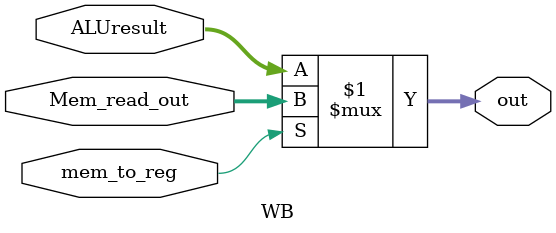
<source format=v>
`timescale 1ns/1ns

module WB(mem_to_reg,Mem_read_out,ALUresult,out);
input mem_to_reg;
input [31:0]Mem_read_out,ALUresult;
output [31:0]out;

assign out = mem_to_reg ? Mem_read_out : ALUresult;

endmodule

</source>
